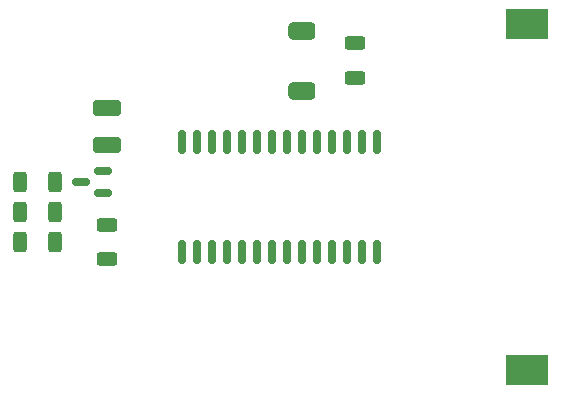
<source format=gbr>
%TF.GenerationSoftware,KiCad,Pcbnew,(6.0.6-0)*%
%TF.CreationDate,2022-12-31T16:02:41+01:00*%
%TF.ProjectId,rc5_remote,7263355f-7265-46d6-9f74-652e6b696361,rev?*%
%TF.SameCoordinates,Original*%
%TF.FileFunction,Paste,Top*%
%TF.FilePolarity,Positive*%
%FSLAX46Y46*%
G04 Gerber Fmt 4.6, Leading zero omitted, Abs format (unit mm)*
G04 Created by KiCad (PCBNEW (6.0.6-0)) date 2022-12-31 16:02:41*
%MOMM*%
%LPD*%
G01*
G04 APERTURE LIST*
G04 Aperture macros list*
%AMRoundRect*
0 Rectangle with rounded corners*
0 $1 Rounding radius*
0 $2 $3 $4 $5 $6 $7 $8 $9 X,Y pos of 4 corners*
0 Add a 4 corners polygon primitive as box body*
4,1,4,$2,$3,$4,$5,$6,$7,$8,$9,$2,$3,0*
0 Add four circle primitives for the rounded corners*
1,1,$1+$1,$2,$3*
1,1,$1+$1,$4,$5*
1,1,$1+$1,$6,$7*
1,1,$1+$1,$8,$9*
0 Add four rect primitives between the rounded corners*
20,1,$1+$1,$2,$3,$4,$5,0*
20,1,$1+$1,$4,$5,$6,$7,0*
20,1,$1+$1,$6,$7,$8,$9,0*
20,1,$1+$1,$8,$9,$2,$3,0*%
G04 Aperture macros list end*
%ADD10RoundRect,0.250000X0.625000X-0.312500X0.625000X0.312500X-0.625000X0.312500X-0.625000X-0.312500X0*%
%ADD11RoundRect,0.250000X0.925000X-0.412500X0.925000X0.412500X-0.925000X0.412500X-0.925000X-0.412500X0*%
%ADD12R,3.600000X2.600000*%
%ADD13RoundRect,0.250000X-0.312500X-0.625000X0.312500X-0.625000X0.312500X0.625000X-0.312500X0.625000X0*%
%ADD14RoundRect,0.150000X0.150000X-0.875000X0.150000X0.875000X-0.150000X0.875000X-0.150000X-0.875000X0*%
%ADD15RoundRect,0.381000X0.762000X0.381000X-0.762000X0.381000X-0.762000X-0.381000X0.762000X-0.381000X0*%
%ADD16RoundRect,0.150000X0.587500X0.150000X-0.587500X0.150000X-0.587500X-0.150000X0.587500X-0.150000X0*%
G04 APERTURE END LIST*
D10*
%TO.C,R5*%
X146050000Y-68645500D03*
X146050000Y-65720500D03*
%TD*%
D11*
%TO.C,C1*%
X125095000Y-74295000D03*
X125095000Y-71220000D03*
%TD*%
D12*
%TO.C,BT1*%
X160655000Y-64090000D03*
X160655000Y-93390000D03*
%TD*%
D13*
%TO.C,R2*%
X117729000Y-77470000D03*
X120654000Y-77470000D03*
%TD*%
D10*
%TO.C,R1*%
X125095000Y-84012500D03*
X125095000Y-81087500D03*
%TD*%
D14*
%TO.C,U1*%
X131445000Y-83390000D03*
X132715000Y-83390000D03*
X133985000Y-83390000D03*
X135255000Y-83390000D03*
X136525000Y-83390000D03*
X137795000Y-83390000D03*
X139065000Y-83390000D03*
X140335000Y-83390000D03*
X141605000Y-83390000D03*
X142875000Y-83390000D03*
X144145000Y-83390000D03*
X145415000Y-83390000D03*
X146685000Y-83390000D03*
X147955000Y-83390000D03*
X147955000Y-74090000D03*
X146685000Y-74090000D03*
X145415000Y-74090000D03*
X144145000Y-74090000D03*
X142875000Y-74090000D03*
X141605000Y-74090000D03*
X140335000Y-74090000D03*
X139065000Y-74090000D03*
X137795000Y-74090000D03*
X136525000Y-74090000D03*
X135255000Y-74090000D03*
X133985000Y-74090000D03*
X132715000Y-74090000D03*
X131445000Y-74090000D03*
%TD*%
D13*
%TO.C,R3*%
X117729000Y-80010000D03*
X120654000Y-80010000D03*
%TD*%
%TO.C,R4*%
X117725000Y-82550000D03*
X120650000Y-82550000D03*
%TD*%
D15*
%TO.C,Q1*%
X141571500Y-69723000D03*
X141571500Y-64643000D03*
%TD*%
D16*
%TO.C,U2*%
X124762500Y-78420000D03*
X124762500Y-76520000D03*
X122887500Y-77470000D03*
%TD*%
M02*

</source>
